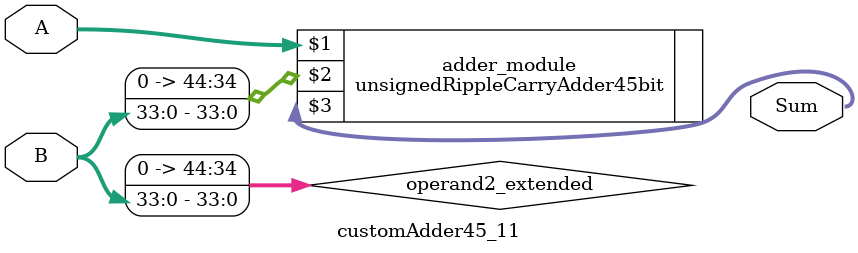
<source format=v>
module customAdder45_11(
                        input [44 : 0] A,
                        input [33 : 0] B,
                        
                        output [45 : 0] Sum
                );

        wire [44 : 0] operand2_extended;
        
        assign operand2_extended =  {11'b0, B};
        
        unsignedRippleCarryAdder45bit adder_module(
            A,
            operand2_extended,
            Sum
        );
        
        endmodule
        
</source>
